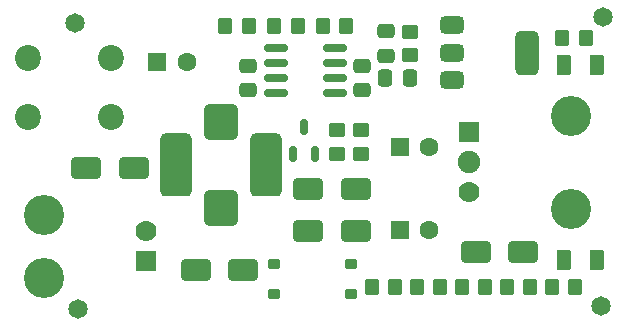
<source format=gts>
%TF.GenerationSoftware,KiCad,Pcbnew,9.0.7-9.0.7~ubuntu24.04.1*%
%TF.CreationDate,2026-01-02T10:48:07-08:00*%
%TF.ProjectId,BeamBreak-v1,4265616d-4272-4656-916b-2d76312e6b69,1*%
%TF.SameCoordinates,Original*%
%TF.FileFunction,Soldermask,Top*%
%TF.FilePolarity,Negative*%
%FSLAX46Y46*%
G04 Gerber Fmt 4.6, Leading zero omitted, Abs format (unit mm)*
G04 Created by KiCad (PCBNEW 9.0.7-9.0.7~ubuntu24.04.1) date 2026-01-02 10:48:07*
%MOMM*%
%LPD*%
G01*
G04 APERTURE LIST*
G04 Aperture macros list*
%AMRoundRect*
0 Rectangle with rounded corners*
0 $1 Rounding radius*
0 $2 $3 $4 $5 $6 $7 $8 $9 X,Y pos of 4 corners*
0 Add a 4 corners polygon primitive as box body*
4,1,4,$2,$3,$4,$5,$6,$7,$8,$9,$2,$3,0*
0 Add four circle primitives for the rounded corners*
1,1,$1+$1,$2,$3*
1,1,$1+$1,$4,$5*
1,1,$1+$1,$6,$7*
1,1,$1+$1,$8,$9*
0 Add four rect primitives between the rounded corners*
20,1,$1+$1,$2,$3,$4,$5,0*
20,1,$1+$1,$4,$5,$6,$7,0*
20,1,$1+$1,$6,$7,$8,$9,0*
20,1,$1+$1,$8,$9,$2,$3,0*%
G04 Aperture macros list end*
%ADD10RoundRect,0.250000X0.350000X0.450000X-0.350000X0.450000X-0.350000X-0.450000X0.350000X-0.450000X0*%
%ADD11C,1.648000*%
%ADD12RoundRect,0.250000X1.000000X0.650000X-1.000000X0.650000X-1.000000X-0.650000X1.000000X-0.650000X0*%
%ADD13RoundRect,0.396240X0.924560X-2.270760X0.924560X2.270760X-0.924560X2.270760X-0.924560X-2.270760X0*%
%ADD14RoundRect,0.426720X0.995680X-1.090930X0.995680X1.090930X-0.995680X1.090930X-0.995680X-1.090930X0*%
%ADD15RoundRect,0.250000X-0.550000X-0.550000X0.550000X-0.550000X0.550000X0.550000X-0.550000X0.550000X0*%
%ADD16C,1.600000*%
%ADD17RoundRect,0.150000X0.825000X0.150000X-0.825000X0.150000X-0.825000X-0.150000X0.825000X-0.150000X0*%
%ADD18RoundRect,0.375000X-0.625000X-0.375000X0.625000X-0.375000X0.625000X0.375000X-0.625000X0.375000X0*%
%ADD19RoundRect,0.500000X-0.500000X-1.400000X0.500000X-1.400000X0.500000X1.400000X-0.500000X1.400000X0*%
%ADD20C,2.200000*%
%ADD21RoundRect,0.250000X-0.350000X-0.450000X0.350000X-0.450000X0.350000X0.450000X-0.350000X0.450000X0*%
%ADD22RoundRect,0.250000X0.475000X-0.337500X0.475000X0.337500X-0.475000X0.337500X-0.475000X-0.337500X0*%
%ADD23RoundRect,0.250000X-0.375000X-0.625000X0.375000X-0.625000X0.375000X0.625000X-0.375000X0.625000X0*%
%ADD24RoundRect,0.120000X-0.380000X0.280000X-0.380000X-0.280000X0.380000X-0.280000X0.380000X0.280000X0*%
%ADD25RoundRect,0.250000X-0.450000X0.350000X-0.450000X-0.350000X0.450000X-0.350000X0.450000X0.350000X0*%
%ADD26RoundRect,0.250000X-0.337500X-0.475000X0.337500X-0.475000X0.337500X0.475000X-0.337500X0.475000X0*%
%ADD27RoundRect,0.250000X0.450000X-0.350000X0.450000X0.350000X-0.450000X0.350000X-0.450000X-0.350000X0*%
%ADD28C,3.400000*%
%ADD29R,1.778000X1.778000*%
%ADD30C,1.778000*%
%ADD31RoundRect,0.150000X0.150000X-0.512500X0.150000X0.512500X-0.150000X0.512500X-0.150000X-0.512500X0*%
%ADD32C,1.905000*%
G04 APERTURE END LIST*
D10*
%TO.C,R1*%
X184464200Y-98196400D03*
X182464200Y-98196400D03*
%TD*%
D11*
%TO.C,H2*%
X169773600Y-97942400D03*
%TD*%
D10*
%TO.C,R9*%
X200694800Y-120319800D03*
X198694800Y-120319800D03*
%TD*%
D12*
%TO.C,D2*%
X174720000Y-110236000D03*
X170720000Y-110236000D03*
%TD*%
D13*
%TO.C,L1*%
X178308000Y-109982000D03*
X185928000Y-109982000D03*
D14*
X182118000Y-113595150D03*
X182118000Y-106368850D03*
%TD*%
D15*
%TO.C,C7*%
X197243379Y-115483400D03*
D16*
X199743379Y-115483400D03*
%TD*%
D10*
%TO.C,R4*%
X213012000Y-99187000D03*
X211012000Y-99187000D03*
%TD*%
D17*
%TO.C,U2*%
X191755800Y-103886000D03*
X191755800Y-102616000D03*
X191755800Y-101346000D03*
X191755800Y-100076000D03*
X186805800Y-100076000D03*
X186805800Y-101346000D03*
X186805800Y-102616000D03*
X186805800Y-103886000D03*
%TD*%
D18*
%TO.C,U1*%
X201701000Y-98157000D03*
X201701000Y-100457000D03*
D19*
X208001000Y-100457000D03*
D18*
X201701000Y-102757000D03*
%TD*%
D20*
%TO.C,J1*%
X172806000Y-100878000D03*
X165780600Y-100878000D03*
X172806000Y-105878000D03*
X165806000Y-105878000D03*
%TD*%
D21*
%TO.C,R11*%
X206314800Y-120319800D03*
X208314800Y-120319800D03*
%TD*%
D22*
%TO.C,C4*%
X194030600Y-103653500D03*
X194030600Y-101578500D03*
%TD*%
D23*
%TO.C,D1*%
X211198000Y-101473000D03*
X213998000Y-101473000D03*
%TD*%
D15*
%TO.C,C2*%
X176744620Y-101244400D03*
D16*
X179244620Y-101244400D03*
%TD*%
D12*
%TO.C,D7*%
X183991000Y-118872000D03*
X179991000Y-118872000D03*
%TD*%
D11*
%TO.C,H3*%
X214325200Y-121920000D03*
%TD*%
D12*
%TO.C,D5*%
X207714600Y-117322600D03*
X203714600Y-117322600D03*
%TD*%
D21*
%TO.C,R12*%
X210124800Y-120319800D03*
X212124800Y-120319800D03*
%TD*%
D11*
%TO.C,H4*%
X170053000Y-122199400D03*
%TD*%
D15*
%TO.C,C6*%
X197242420Y-108483400D03*
D16*
X199742420Y-108483400D03*
%TD*%
D21*
%TO.C,R2*%
X186604400Y-98196400D03*
X188604400Y-98196400D03*
%TD*%
%TO.C,R8*%
X194884800Y-120319800D03*
X196884800Y-120319800D03*
%TD*%
%TO.C,R3*%
X190744600Y-98196400D03*
X192744600Y-98196400D03*
%TD*%
D24*
%TO.C,U3*%
X193140400Y-120904000D03*
X193140400Y-118364000D03*
X186640400Y-118364000D03*
X186640400Y-120904000D03*
%TD*%
D12*
%TO.C,D4*%
X193516000Y-115570000D03*
X189516000Y-115570000D03*
%TD*%
D25*
%TO.C,R5*%
X198120000Y-98695000D03*
X198120000Y-100695000D03*
%TD*%
D12*
%TO.C,D3*%
X193516000Y-112014000D03*
X189516000Y-112014000D03*
%TD*%
D26*
%TO.C,C5*%
X196041100Y-102616000D03*
X198116100Y-102616000D03*
%TD*%
D11*
%TO.C,H1*%
X214452200Y-97434400D03*
%TD*%
D21*
%TO.C,R10*%
X202504800Y-120319800D03*
X204504800Y-120319800D03*
%TD*%
D25*
%TO.C,R7*%
X193954400Y-107000800D03*
X193954400Y-109000800D03*
%TD*%
D27*
%TO.C,R6*%
X191922400Y-109000800D03*
X191922400Y-107000800D03*
%TD*%
D28*
%TO.C,J3*%
X167133500Y-119510000D03*
X167133500Y-114170000D03*
D29*
X175773500Y-118110000D03*
D30*
X175773500Y-115570000D03*
%TD*%
D23*
%TO.C,D6*%
X211198000Y-117983000D03*
X213998000Y-117983000D03*
%TD*%
D31*
%TO.C,Q1*%
X188203800Y-109011300D03*
X190103800Y-109011300D03*
X189153800Y-106736300D03*
%TD*%
D22*
%TO.C,C3*%
X184429400Y-103653500D03*
X184429400Y-101578500D03*
%TD*%
%TO.C,C1*%
X196088000Y-100732500D03*
X196088000Y-98657500D03*
%TD*%
D28*
%TO.C,J2*%
X211789200Y-105788000D03*
X211789200Y-113668000D03*
D29*
X203149200Y-107188000D03*
D32*
X203149200Y-109728000D03*
D30*
X203149200Y-112268000D03*
%TD*%
M02*

</source>
